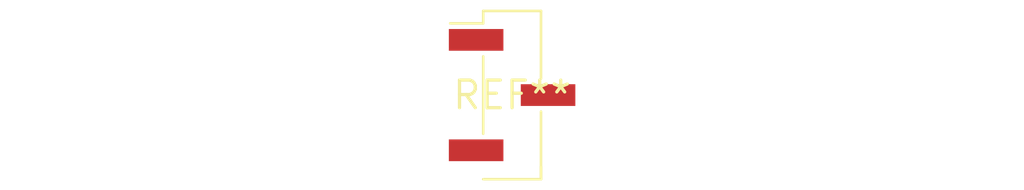
<source format=kicad_pcb>
(kicad_pcb (version 20240108) (generator pcbnew)
  (layers (0 "F.Cu" signal) (31 "B.Cu" signal) (34 "B.Paste" user) (35 "F.Paste" user) (36 "B.SilkS" user "B.Silkscreen") (37 "F.SilkS" user "F.Silkscreen") (38 "B.Mask" user) (39 "F.Mask" user) (44 "Edge.Cuts" user))
  (net 0 "")
  (footprint "PinHeader_1x03_P2.54mm_Vertical_SMD_Pin1Left" (layer "F.Cu") (at 0 0)
    (property "Reference" "REF**")
    (property "Value" "PinHeader_1x03_P2.54mm_Vertical_SMD_Pin1Left")
    (fp_line (start -1.33 -3.87) (end -1.33 -3.3) (layer "F.SilkS") (stroke (width 0.12)))
    (fp_line (start -1.33 -3.87) (end 1.33 -3.87) (layer "F.SilkS") (stroke (width 0.12)))
    (fp_line (start -1.33 -3.3) (end -2.85 -3.3) (layer "F.SilkS") (stroke (width 0.12)))
    (fp_line (start -1.33 -1.78) (end -1.33 1.78) (layer "F.SilkS") (stroke (width 0.12)))
    (fp_line (start -1.33 3.87) (end 1.33 3.87) (layer "F.SilkS") (stroke (width 0.12)))
    (fp_line (start 1.33 -3.87) (end 1.33 -0.76) (layer "F.SilkS") (stroke (width 0.12)))
    (fp_line (start 1.33 0.76) (end 1.33 3.87) (layer "F.SilkS") (stroke (width 0.12)))
    (fp_line (start 1.33 3.3) (end 1.33 3.87) (layer "F.SilkS") (stroke (width 0.12)))
    (pad "1" smd rect (at -1.655 -2.54) (size 2.51 1) (layers "F.Cu" "F.Paste" "F.Mask"))
    (pad "2" smd rect (at 1.655 0) (size 2.51 1) (layers "F.Cu" "F.Paste" "F.Mask"))
    (pad "3" smd rect (at -1.655 2.54) (size 2.51 1) (layers "F.Cu" "F.Paste" "F.Mask"))
  )
)
</source>
